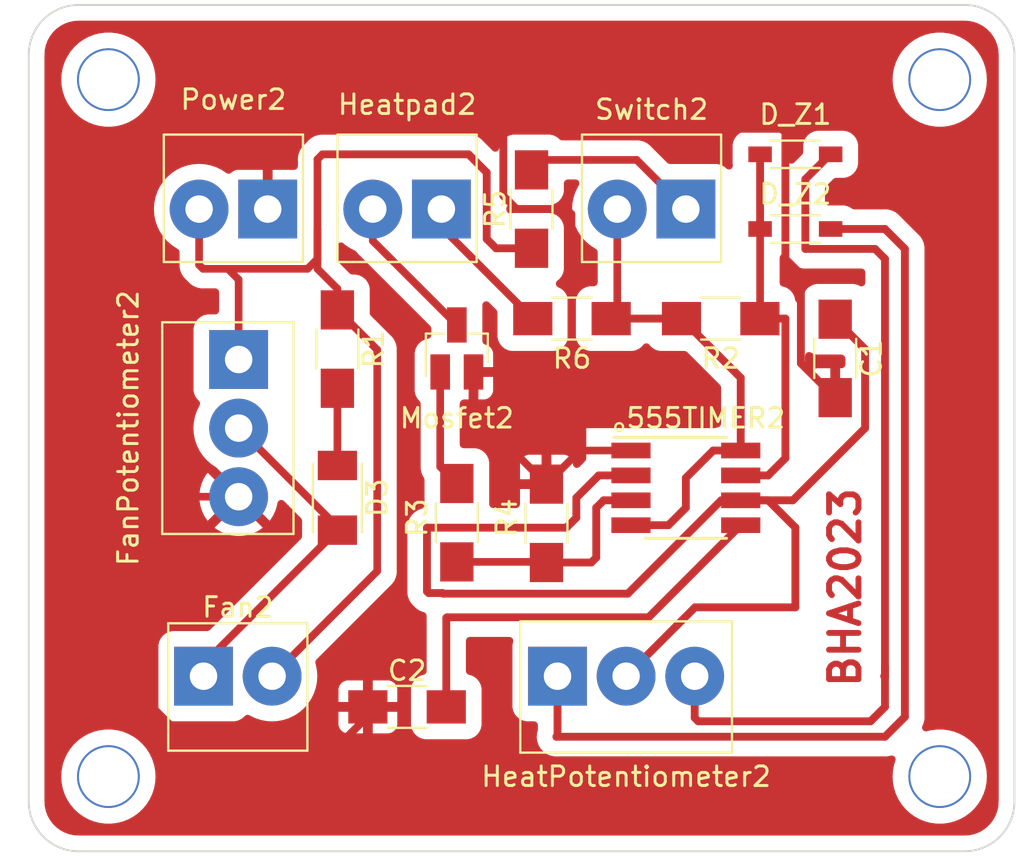
<source format=kicad_pcb>
(kicad_pcb (version 20211014) (generator pcbnew)
  (layers (0 "F.Cu" signal) (31 "B.Cu" signal) (34 "B.Paste" user) (35 "F.Paste" user) (36 "B.SilkS" user "B.Silkscreen") (37 "F.SilkS" user "F.Silkscreen") (38 "B.Mask" user) (39 "F.Mask" user) (44 "Edge.Cuts" user))
  (net 0 "")
  (net 1 "PWR_GND")
  (net 2 "Net-(C1-Pad1)")
  (net 3 "Net-(555TIMER2-Pad3)")
  (net 4 "Net-(555TIMER2-Pad8)")
  (net 5 "Net-(555TIMER2-Pad5)")
  (net 6 "Net-(D_Z2-Pad2)")
  (net 7 "Net-(Fan2-Pad1)")
  (net 8 "Net-(D3-Pad2)")
  (net 9 "Net-(HeatPotentiometer2-Pad3)")
  (net 10 "Net-(D_Z2-Pad1)")
  (net 11 "Net-(Heatpad2-Pad2)")
  (net 12 "Net-(R3-Pad1)")
  (net 13 "Net-(Power2-Pad2)")
  (net 14 "Net-(Heatpad2-Pad1)")
  (net 15 "Net-(Switch2-Pad1)")
  (footprint "fab:MountingHole_3mm" (layer "F.Cu") (at 130.048 116.84)
    (fp_text reference "REF**" hide)
    (fp_text value "MountingHole_3mm" hide)
    (pad "" thru_hole circle (at 0 0) (size 3.2 3.2) (drill 3) (layers *.Cu *.Mask))
  )
  (footprint "fab:R_1206" (layer "F.Cu") (at 141.732 95.028 -90)
    (fp_text reference "R1" (at 0 -1.85 90) (layer "F.SilkS"))
    (fp_text value "470")
    (fp_line (start -1 -1.07) (end 1 -1.07) (layer "F.SilkS") (width 0.12))
    (fp_line (start 1 1.07) (end -1 1.07) (layer "F.SilkS") (width 0.12))
    (pad "1" smd rect locked (at -2 0 270) (size 2 1.7) (layers "F.Cu" "F.Paste" "F.Mask") (net 13 "Net-(Power2-Pad2)"))
    (pad "2" smd rect locked (at 2 0 270) (size 2 1.7) (layers "F.Cu" "F.Paste" "F.Mask") (net 8 "Net-(D3-Pad2)"))
  )
  (footprint "fab:TerminalBlock_OnShore_1x03_P3.50mm_Horizontal" (layer "F.Cu") (at 152.964 111.718)
    (fp_text reference "HeatPotentiometer2" (at 3.5 5.122) (layer "F.SilkS"))
    (fp_text value "Screw_Terminal_01x03_P3.5mm")
    (fp_line (start -1.9 -2.8) (end 8.9 -2.8) (layer "F.SilkS") (width 0.12))
    (fp_line (start -1.9 3.9) (end 8.9 3.9) (layer "F.SilkS") (width 0.12))
    (fp_line (start -1.9 -2.8) (end -1.9 3.9) (layer "F.SilkS") (width 0.12))
    (fp_line (start 8.9 -2.8) (end 8.9 3.9) (layer "F.SilkS") (width 0.12))
    (pad "1" thru_hole rect (at 0 0 90) (size 3 3) (drill 1.4) (layers *.Cu *.Mask) (net 10 "Net-(D_Z2-Pad1)"))
    (pad "2" thru_hole circle (at 3.5 0) (size 3 3) (drill 1.4) (layers *.Cu *.Mask) (net 2 "Net-(C1-Pad1)"))
    (pad "3" thru_hole circle (at 7 0) (size 3 3) (drill 1.4) (layers *.Cu *.Mask) (net 9 "Net-(HeatPotentiometer2-Pad3)"))
  )
  (footprint "fab:MountingHole_3mm" (layer "F.Cu") (at 172.466 81.28)
    (fp_text reference "REF**" hide)
    (fp_text value "MountingHole_3mm" hide)
    (pad "" thru_hole circle (at 0 0) (size 3.2 3.2) (drill 3) (layers *.Cu *.Mask))
  )
  (footprint "fab:SOIC-8_3.9x4.9mm_P1.27mm" (layer "F.Cu") (at 159.512 102.108)
    (fp_text reference "555TIMER2" (at 1.016 -3.556) (layer "F.SilkS"))
    (fp_text value "NE555P")
    (fp_line (start -3.69 -2.575) (end 2.075 -2.575) (layer "F.SilkS") (width 0.15))
    (fp_line (start -2.075 2.575) (end 2.075 2.575) (layer "F.SilkS") (width 0.15))
    (fp_circle (center -3.4 -3.1) (end -3.2 -3.1) (layer "F.SilkS") (width 0.12) (fill none))
    (pad "1" smd rect (at -2.8 -1.905) (size 2 0.8) (layers "F.Cu" "F.Paste" "F.Mask") (net 1 "PWR_GND"))
    (pad "2" smd rect (at -2.8 -0.635) (size 2 0.8) (layers "F.Cu" "F.Paste" "F.Mask") (net 2 "Net-(C1-Pad1)"))
    (pad "3" smd rect (at -2.8 0.635) (size 2 0.8) (layers "F.Cu" "F.Paste" "F.Mask") (net 3 "Net-(555TIMER2-Pad3)"))
    (pad "4" smd rect (at -2.8 1.905) (size 2 0.8) (layers "F.Cu" "F.Paste" "F.Mask") (net 4 "Net-(555TIMER2-Pad8)"))
    (pad "5" smd rect (at 2.8 1.905) (size 2 0.8) (layers "F.Cu" "F.Paste" "F.Mask") (net 5 "Net-(555TIMER2-Pad5)"))
    (pad "6" smd rect (at 2.8 0.635) (size 2 0.8) (layers "F.Cu" "F.Paste" "F.Mask") (net 2 "Net-(C1-Pad1)"))
    (pad "7" smd rect (at 2.8 -0.635) (size 2 0.8) (layers "F.Cu" "F.Paste" "F.Mask") (net 6 "Net-(D_Z2-Pad2)"))
    (pad "8" smd rect (at 2.8 -1.905) (size 2 0.8) (layers "F.Cu" "F.Paste" "F.Mask") (net 4 "Net-(555TIMER2-Pad8)"))
  )
  (footprint "fab:TerminalBlock_OnShore_1x02_P3.50mm_Horizontal" (layer "F.Cu") (at 147.038 87.884 180)
    (fp_text reference "Heatpad2" (at 1.75 5.334) (layer "F.SilkS"))
    (fp_text value "Screw_Terminal_01x02_P3.5mm")
    (fp_line (start -1.8 -2.7) (end 5.3 -2.7) (layer "F.SilkS") (width 0.12))
    (fp_line (start -1.8 -2.7) (end -1.8 3.8) (layer "F.SilkS") (width 0.12))
    (fp_line (start -1.8 3.8) (end 5.3 3.8) (layer "F.SilkS") (width 0.12))
    (fp_line (start 5.3 -2.7) (end 5.3 3.8) (layer "F.SilkS") (width 0.12))
    (pad "1" thru_hole rect (at 0 0 180) (size 3 3) (drill 1.4) (layers *.Cu *.Mask) (net 14 "Net-(Heatpad2-Pad1)"))
    (pad "2" thru_hole circle (at 3.5 0 180) (size 3 3) (drill 1.4) (layers *.Cu *.Mask) (net 11 "Net-(Heatpad2-Pad2)"))
  )
  (footprint "fab:SOD-123" (layer "F.Cu") (at 165.1 85.09)
    (fp_text reference "D_Z1" (at 0 -2.032) (layer "F.SilkS"))
    (fp_text value "D_Zener")
    (fp_line (start -1.25 -0.7) (end 1.25 -0.7) (layer "F.SilkS") (width 0.12))
    (fp_line (start -1.25 0.7) (end 1.25 0.7) (layer "F.SilkS") (width 0.12))
    (pad "1" smd rect locked (at -1.8 0) (size 1.2 0.8) (layers "F.Cu" "F.Paste" "F.Mask") (net 6 "Net-(D_Z2-Pad2)"))
    (pad "2" smd rect locked (at 1.8 0) (size 1.2 0.8) (layers "F.Cu" "F.Paste" "F.Mask") (net 9 "Net-(HeatPotentiometer2-Pad3)"))
  )
  (footprint "fab:SOD-123T" (layer "F.Cu") (at 141.732 102.616 90)
    (fp_text reference "D3" (at 0 2.032 90) (layer "F.SilkS"))
    (fp_text value "D_Schottky_100V_1A")
    (fp_line (start -1.75 -1.25) (end 1.75 -1.25) (layer "F.SilkS") (width 0.12))
    (fp_line (start -1.75 1.25) (end 1.75 1.25) (layer "F.SilkS") (width 0.12))
    (pad "1" smd rect (at -1.65 0 90) (size 1.5 2) (layers "F.Cu" "F.Paste" "F.Mask") (net 7 "Net-(Fan2-Pad1)"))
    (pad "2" smd rect (at 1.65 0 90) (size 1.5 2) (layers "F.Cu" "F.Paste" "F.Mask") (net 8 "Net-(D3-Pad2)"))
  )
  (footprint "fab:R_1206" (layer "F.Cu") (at 153.702 93.472 180)
    (fp_text reference "R6" (at 0 -2.032) (layer "F.SilkS"))
    (fp_text value "0")
    (fp_line (start 1 1.07) (end -1 1.07) (layer "F.SilkS") (width 0.12))
    (fp_line (start -1 -1.07) (end 1 -1.07) (layer "F.SilkS") (width 0.12))
    (pad "1" smd rect locked (at -2 0 180) (size 2 1.7) (layers "F.Cu" "F.Paste" "F.Mask") (net 4 "Net-(555TIMER2-Pad8)"))
    (pad "2" smd rect locked (at 2 0 180) (size 2 1.7) (layers "F.Cu" "F.Paste" "F.Mask") (net 14 "Net-(Heatpad2-Pad1)"))
  )
  (footprint "fab:R_1206" (layer "F.Cu") (at 147.828 103.886 -90)
    (fp_text reference "R3" (at -0.254 2.032 90) (layer "F.SilkS"))
    (fp_text value "1k")
    (fp_line (start 1 1.07) (end -1 1.07) (layer "F.SilkS") (width 0.12))
    (fp_line (start -1 -1.07) (end 1 -1.07) (layer "F.SilkS") (width 0.12))
    (pad "1" smd rect locked (at -2 0 270) (size 2 1.7) (layers "F.Cu" "F.Paste" "F.Mask") (net 12 "Net-(R3-Pad1)"))
    (pad "2" smd rect locked (at 2 0 270) (size 2 1.7) (layers "F.Cu" "F.Paste" "F.Mask") (net 3 "Net-(555TIMER2-Pad3)"))
  )
  (footprint "fab:TerminalBlock_OnShore_1x03_P3.50mm_Horizontal" (layer "F.Cu") (at 136.694 95.56 -90)
    (fp_text reference "FanPotentiometer2" (at 3.5 5.63 90) (layer "F.SilkS"))
    (fp_text value "Screw_Terminal_01x03_P3.5mm")
    (fp_line (start -1.9 -2.8) (end 8.9 -2.8) (layer "F.SilkS") (width 0.12))
    (fp_line (start -1.9 -2.8) (end -1.9 3.9) (layer "F.SilkS") (width 0.12))
    (fp_line (start -1.9 3.9) (end 8.9 3.9) (layer "F.SilkS") (width 0.12))
    (fp_line (start 8.9 -2.8) (end 8.9 3.9) (layer "F.SilkS") (width 0.12))
    (pad "1" thru_hole rect (at 0 0) (size 3 3) (drill 1.4) (layers *.Cu *.Mask) (net 13 "Net-(Power2-Pad2)"))
    (pad "2" thru_hole circle (at 3.5 0 270) (size 3 3) (drill 1.4) (layers *.Cu *.Mask) (net 7 "Net-(Fan2-Pad1)"))
    (pad "3" thru_hole circle (at 7 0 270) (size 3 3) (drill 1.4) (layers *.Cu *.Mask) (net 1 "PWR_GND"))
  )
  (footprint "fab:TerminalBlock_OnShore_1x02_P3.50mm_Horizontal" (layer "F.Cu") (at 159.512 87.884 180)
    (fp_text reference "Switch2" (at 1.75 5.08) (layer "F.SilkS"))
    (fp_text value "Screw_Terminal_01x02_P3.5mm")
    (fp_line (start -1.8 -2.7) (end 5.3 -2.7) (layer "F.SilkS") (width 0.12))
    (fp_line (start 5.3 -2.7) (end 5.3 3.8) (layer "F.SilkS") (width 0.12))
    (fp_line (start -1.8 3.8) (end 5.3 3.8) (layer "F.SilkS") (width 0.12))
    (fp_line (start -1.8 -2.7) (end -1.8 3.8) (layer "F.SilkS") (width 0.12))
    (pad "1" thru_hole rect (at 0 0 180) (size 3 3) (drill 1.4) (layers *.Cu *.Mask) (net 15 "Net-(Switch2-Pad1)"))
    (pad "2" thru_hole circle (at 3.5 0 180) (size 3 3) (drill 1.4) (layers *.Cu *.Mask) (net 4 "Net-(555TIMER2-Pad8)"))
  )
  (footprint "fab:TerminalBlock_OnShore_1x02_P3.50mm_Horizontal" (layer "F.Cu") (at 134.902 111.718)
    (fp_text reference "Fan2" (at 1.75 -3.514) (layer "F.SilkS"))
    (fp_text value "Screw_Terminal_01x02_P3.5mm")
    (fp_line (start -1.8 -2.7) (end -1.8 3.8) (layer "F.SilkS") (width 0.12))
    (fp_line (start 5.3 -2.7) (end 5.3 3.8) (layer "F.SilkS") (width 0.12))
    (fp_line (start -1.8 3.8) (end 5.3 3.8) (layer "F.SilkS") (width 0.12))
    (fp_line (start -1.8 -2.7) (end 5.3 -2.7) (layer "F.SilkS") (width 0.12))
    (pad "1" thru_hole rect (at 0 0) (size 3 3) (drill 1.4) (layers *.Cu *.Mask) (net 7 "Net-(Fan2-Pad1)"))
    (pad "2" thru_hole circle (at 3.5 0) (size 3 3) (drill 1.4) (layers *.Cu *.Mask) (net 13 "Net-(Power2-Pad2)"))
  )
  (footprint "fab:R_1206" (layer "F.Cu") (at 151.638 87.884 90)
    (fp_text reference "R5" (at 0 -1.85 90) (layer "F.SilkS"))
    (fp_text value "0")
    (fp_line (start 1 1.07) (end -1 1.07) (layer "F.SilkS") (width 0.12))
    (fp_line (start -1 -1.07) (end 1 -1.07) (layer "F.SilkS") (width 0.12))
    (pad "1" smd rect locked (at -2 0 90) (size 2 1.7) (layers "F.Cu" "F.Paste" "F.Mask") (net 13 "Net-(Power2-Pad2)"))
    (pad "2" smd rect locked (at 2 0 90) (size 2 1.7) (layers "F.Cu" "F.Paste" "F.Mask") (net 15 "Net-(Switch2-Pad1)"))
  )
  (footprint "fab:C_1206" (layer "F.Cu") (at 145.288 113.284)
    (fp_text reference "C2" (at 0 -1.85) (layer "F.SilkS"))
    (fp_text value "100nF")
    (fp_line (start 1 1.07) (end -1 1.07) (layer "F.SilkS") (width 0.12))
    (fp_line (start -1 -1.07) (end 1 -1.07) (layer "F.SilkS") (width 0.12))
    (pad "1" smd rect (at -2 0) (size 2 1.7) (layers "F.Cu" "F.Paste" "F.Mask") (net 1 "PWR_GND"))
    (pad "2" smd rect (at 2 0) (size 2 1.7) (layers "F.Cu" "F.Paste" "F.Mask") (net 5 "Net-(555TIMER2-Pad5)"))
  )
  (footprint "fab:MountingHole_3mm" (layer "F.Cu") (at 172.466 116.84)
    (fp_text reference "REF**" hide)
    (fp_text value "MountingHole_3mm" hide)
    (pad "" thru_hole circle (at 0 0) (size 3.2 3.2) (drill 3) (layers *.Cu *.Mask))
  )
  (footprint "fab:R_1206" (layer "F.Cu") (at 161.29 93.472 180)
    (fp_text reference "R2" (at 0 -2.032) (layer "F.SilkS"))
    (fp_text value "1k")
    (fp_line (start -1 -1.07) (end 1 -1.07) (layer "F.SilkS") (width 0.12))
    (fp_line (start 1 1.07) (end -1 1.07) (layer "F.SilkS") (width 0.12))
    (pad "1" smd rect locked (at -2 0 180) (size 2 1.7) (layers "F.Cu" "F.Paste" "F.Mask") (net 6 "Net-(D_Z2-Pad2)"))
    (pad "2" smd rect locked (at 2 0 180) (size 2 1.7) (layers "F.Cu" "F.Paste" "F.Mask") (net 4 "Net-(555TIMER2-Pad8)"))
  )
  (footprint "fab:C_1206" (layer "F.Cu") (at 167.132 95.504 -90)
    (fp_text reference "C1" (at 0 -1.85 -90) (layer "F.SilkS"))
    (fp_text value "2.2uF")
    (fp_line (start 1 1.07) (end -1 1.07) (layer "F.SilkS") (width 0.12))
    (fp_line (start -1 -1.07) (end 1 -1.07) (layer "F.SilkS") (width 0.12))
    (pad "1" smd rect (at -2 0 270) (size 2 1.7) (layers "F.Cu" "F.Paste" "F.Mask") (net 2 "Net-(C1-Pad1)"))
    (pad "2" smd rect (at 2 0 270) (size 2 1.7) (layers "F.Cu" "F.Paste" "F.Mask") (net 1 "PWR_GND"))
  )
  (footprint "fab:R_1206" (layer "F.Cu") (at 152.4 103.918 90)
    (fp_text reference "R4" (at 0.286 -2.032 90) (layer "F.SilkS"))
    (fp_text value "100k")
    (fp_line (start -1 -1.07) (end 1 -1.07) (layer "F.SilkS") (width 0.12))
    (fp_line (start 1 1.07) (end -1 1.07) (layer "F.SilkS") (width 0.12))
    (pad "1" smd rect locked (at -2 0 90) (size 2 1.7) (layers "F.Cu" "F.Paste" "F.Mask") (net 3 "Net-(555TIMER2-Pad3)"))
    (pad "2" smd rect locked (at 2 0 90) (size 2 1.7) (layers "F.Cu" "F.Paste" "F.Mask") (net 1 "PWR_GND"))
  )
  (footprint "fab:SOT-23" (layer "F.Cu") (at 147.828 94.996 90)
    (fp_text reference "Mosfet2" (at -3.556 0 180) (layer "F.SilkS"))
    (fp_text value "MOSFET_N-CH_30V_1.7A")
    (fp_line (start 0.76 1.58) (end -0.7 1.58) (layer "F.SilkS") (width 0.12))
    (fp_line (start 0.76 -1.58) (end 0.76 -0.65) (layer "F.SilkS") (width 0.12))
    (fp_line (start 0.76 -1.58) (end -1.4 -1.58) (layer "F.SilkS") (width 0.12))
    (fp_line (start 0.76 1.58) (end 0.76 0.65) (layer "F.SilkS") (width 0.12))
    (pad "1" smd rect locked (at -1.2 -0.85 90) (size 1.8 1) (layers "F.Cu" "F.Paste" "F.Mask") (net 12 "Net-(R3-Pad1)"))
    (pad "2" smd rect locked (at -1.2 0.85 90) (size 1.8 1) (layers "F.Cu" "F.Paste" "F.Mask") (net 1 "PWR_GND"))
    (pad "3" smd rect locked (at 1.2 0 90) (size 1.8 1) (layers "F.Cu" "F.Paste" "F.Mask") (net 11 "Net-(Heatpad2-Pad2)"))
  )
  (footprint "fab:MountingHole_3mm" (layer "F.Cu") (at 130.048 81.28)
    (fp_text reference "REF**" hide)
    (fp_text value "MountingHole_3mm" hide)
    (pad "" thru_hole circle (at 0 0) (size 3.2 3.2) (drill 3) (layers *.Cu *.Mask))
  )
  (footprint "fab:SOD-123" (layer "F.Cu") (at 165.1 88.9 180)
    (fp_text reference "D_Z2" (at 0 1.778) (layer "F.SilkS"))
    (fp_text value "D_Zener")
    (fp_line (start -1.25 0.7) (end 1.25 0.7) (layer "F.SilkS") (width 0.12))
    (fp_line (start -1.25 -0.7) (end 1.25 -0.7) (layer "F.SilkS") (width 0.12))
    (pad "1" smd rect locked (at -1.8 0 180) (size 1.2 0.8) (layers "F.Cu" "F.Paste" "F.Mask") (net 10 "Net-(D_Z2-Pad1)"))
    (pad "2" smd rect locked (at 1.8 0 180) (size 1.2 0.8) (layers "F.Cu" "F.Paste" "F.Mask") (net 6 "Net-(D_Z2-Pad2)"))
  )
  (footprint "fab:TerminalBlock_OnShore_1x02_P3.50mm_Horizontal" (layer "F.Cu") (at 138.176 87.884 180)
    (fp_text reference "Power2" (at 1.75 5.588) (layer "F.SilkS"))
    (fp_text value "Screw_Terminal_01x02_P3.5mm")
    (fp_line (start 5.3 -2.7) (end 5.3 3.8) (layer "F.SilkS") (width 0.12))
    (fp_line (start -1.8 3.8) (end 5.3 3.8) (layer "F.SilkS") (width 0.12))
    (fp_line (start -1.8 -2.7) (end 5.3 -2.7) (layer "F.SilkS") (width 0.12))
    (fp_line (start -1.8 -2.7) (end -1.8 3.8) (layer "F.SilkS") (width 0.12))
    (pad "1" thru_hole rect (at 0 0 180) (size 3 3) (drill 1.4) (layers *.Cu *.Mask) (net 1 "PWR_GND"))
    (pad "2" thru_hole circle (at 3.5 0 180) (size 3 3) (drill 1.4) (layers *.Cu *.Mask) (net 13 "Net-(Power2-Pad2)"))
  )
  (gr_line (start 128.524 120.65) (end 173.736 120.65) (layer "Edge.Cuts") (width 0.1))
  (gr_line (start 176.276 118.11) (end 176.276 80.01) (layer "Edge.Cuts") (width 0.1))
  (gr_arc (start 173.736 77.47) (mid 175.532051 78.213949) (end 176.276 80.01) (layer "Edge.Cuts") (width 0.1))
  (gr_arc (start 176.276 118.11) (mid 175.532051 119.906051) (end 173.736 120.65) (layer "Edge.Cuts") (width 0.1))
  (gr_arc (start 125.984 80.01) (mid 126.727949 78.213949) (end 128.524 77.47) (layer "Edge.Cuts") (width 0.1))
  (gr_arc (start 128.524 120.65) (mid 126.727949 119.906051) (end 125.984 118.11) (layer "Edge.Cuts") (width 0.1))
  (gr_line (start 125.984 80.01) (end 125.984 118.11) (layer "Edge.Cuts") (width 0.1))
  (gr_line (start 173.736 77.47) (end 128.524 77.47) (layer "Edge.Cuts") (width 0.1))
  (gr_text "BHA2023\n" (at 167.64 107.188 90) (layer "F.Cu") (effects (font (size 1.5 1.5) (thickness 0.3))))
  (segment (start 153.67 88.138) (end 153.67 91.694) (width 0.4) (layer "F.Cu") (net 1))
  (segment (start 164.592 90.423) (end 164.592 83.82) (width 0.4) (layer "F.Cu") (net 1))
  (segment (start 132.136 102.56) (end 132.08 102.616) (width 0.39) (layer "F.Cu") (net 1))
  (segment (start 143.288 113.76) (end 141.732 115.316) (width 0.4) (layer "F.Cu") (net 1))
  (segment (start 150.876 87.884) (end 153.416 87.884) (width 0.4) (layer "F.Cu") (net 1))
  (segment (start 136.694 102.56) (end 132.136 102.56) (width 0.39) (layer "F.Cu") (net 1))
  (segment (start 152.4 101.918) (end 154.115 100.203) (width 0.39) (layer "F.Cu") (net 1))
  (segment (start 148.678 98.196) (end 152.4 101.918) (width 0.39) (layer "F.Cu") (net 1))
  (segment (start 143.288 113.284) (end 143.288 113.76) (width 0.4) (layer "F.Cu") (net 1))
  (segment (start 134.31 115.316) (end 133.703 114.709) (width 0.4) (layer "F.Cu") (net 1))
  (segment (start 150.198 87.206) (end 150.876 87.884) (width 0.4) (layer "F.Cu") (net 1))
  (segment (start 148.878 83.786) (end 150.334 83.786) (width 0.4) (layer "F.Cu") (net 1))
  (segment (start 167.132 97.504) (end 165.382 95.754) (width 0.4) (layer "F.Cu") (net 1))
  (segment (start 165.382 91.213) (end 164.592 90.423) (width 0.4) (layer "F.Cu") (net 1))
  (segment (start 153.67 96.266) (end 153.67 91.694) (width 0.39) (layer "F.Cu") (net 1))
  (segment (start 150.334 83.786) (end 150.198 83.922) (width 0.4) (layer "F.Cu") (net 1))
  (segment (start 148.678 96.196) (end 148.678 98.196) (width 0.39) (layer "F.Cu") (net 1))
  (segment (start 132.588 83.82) (end 132.08 84.328) (width 0.39) (layer "F.Cu") (net 1))
  (segment (start 150.198 83.922) (end 150.198 87.206) (width 0.4) (layer "F.Cu") (net 1))
  (segment (start 154.115 100.203) (end 156.712 100.203) (width 0.39) (layer "F.Cu") (net 1))
  (segment (start 132.08 113.086) (end 133.703 114.709) (width 0.39) (layer "F.Cu") (net 1))
  (segment (start 132.08 102.616) (end 132.08 113.086) (width 0.39) (layer "F.Cu") (net 1))
  (segment (start 138.938 83.82) (end 132.588 83.82) (width 0.39) (layer "F.Cu") (net 1))
  (segment (start 153.6 96.196) (end 153.67 96.266) (width 0.39) (layer "F.Cu") (net 1))
  (segment (start 138.176 87.884) (end 138.176 83.82) (width 0.39) (layer "F.Cu") (net 1))
  (segment (start 164.592 83.82) (end 164.558 83.786) (width 0.4) (layer "F.Cu") (net 1))
  (segment (start 132.08 84.328) (end 132.08 102.616) (width 0.39) (layer "F.Cu") (net 1))
  (segment (start 141.732 115.316) (end 134.31 115.316) (width 0.4) (layer "F.Cu") (net 1))
  (segment (start 164.558 83.786) (end 150.334 83.786) (width 0.4) (layer "F.Cu") (net 1))
  (segment (start 148.678 96.196) (end 153.6 96.196) (width 0.39) (layer "F.Cu") (net 1))
  (segment (start 153.416 87.884) (end 153.67 88.138) (width 0.4) (layer "F.Cu") (net 1))
  (segment (start 148.844 83.82) (end 148.878 83.786) (width 0.4) (layer "F.Cu") (net 1))
  (segment (start 165.382 95.754) (end 165.382 91.213) (width 0.4) (layer "F.Cu") (net 1))
  (segment (start 138.176 83.82) (end 148.844 83.82) (width 0.39) (layer "F.Cu") (net 1))
  (segment (start 146.304 107.392) (end 146.388 107.476) (width 0.4) (layer "F.Cu") (net 2))
  (segment (start 153.924 103.632) (end 153.416 104.14) (width 0.4) (layer "F.Cu") (net 2))
  (segment (start 168.656 99.06) (end 164.973 102.743) (width 0.4) (layer "F.Cu") (net 2))
  (segment (start 153.416 104.14) (end 146.304 104.14) (width 0.4) (layer "F.Cu") (net 2))
  (segment (start 161.316 102.743) (end 162.312 102.743) (width 0.4) (layer "F.Cu") (net 2))
  (segment (start 168.656 95.028) (end 168.656 99.06) (width 0.4) (layer "F.Cu") (net 2))
  (segment (start 147.1 107.476) (end 147.132 107.508) (width 0.4) (layer "F.Cu") (net 2))
  (segment (start 163.712 102.743) (end 162.312 102.743) (width 0.4) (layer "F.Cu") (net 2))
  (segment (start 165.1 108.204) (end 165.1 104.131) (width 0.4) (layer "F.Cu") (net 2))
  (segment (start 167.132 93.504) (end 168.656 95.028) (width 0.4) (layer "F.Cu") (net 2))
  (segment (start 156.551 107.508) (end 161.316 102.743) (width 0.4) (layer "F.Cu") (net 2))
  (segment (start 155.067 101.473) (end 153.924 102.616) (width 0.4) (layer "F.Cu") (net 2))
  (segment (start 147.132 107.508) (end 156.551 107.508) (width 0.4) (layer "F.Cu") (net 2))
  (segment (start 146.388 107.476) (end 147.1 107.476) (width 0.4) (layer "F.Cu") (net 2))
  (segment (start 164.973 102.743) (end 162.312 102.743) (width 0.4) (layer "F.Cu") (net 2))
  (segment (start 153.924 102.616) (end 153.924 103.632) (width 0.4) (layer "F.Cu") (net 2))
  (segment (start 156.464 111.718) (end 159.978 108.204) (width 0.4) (layer "F.Cu") (net 2))
  (segment (start 159.978 108.204) (end 165.1 108.204) (width 0.4) (layer "F.Cu") (net 2))
  (segment (start 156.712 101.473) (end 155.067 101.473) (width 0.4) (layer "F.Cu") (net 2))
  (segment (start 165.1 104.131) (end 163.712 102.743) (width 0.4) (layer "F.Cu") (net 2))
  (segment (start 146.304 104.14) (end 146.304 107.392) (width 0.4) (layer "F.Cu") (net 2))
  (segment (start 154.94 105.664) (end 154.686 105.918) (width 0.4) (layer "F.Cu") (net 3))
  (segment (start 147.828 105.886) (end 152.368 105.886) (width 0.39) (layer "F.Cu") (net 3))
  (segment (start 152.368 105.886) (end 152.4 105.918) (width 0.39) (layer "F.Cu") (net 3))
  (segment (start 154.686 105.918) (end 152.4 105.918) (width 0.4) (layer "F.Cu") (net 3))
  (segment (start 156.712 102.743) (end 155.321 102.743) (width 0.4) (layer "F.Cu") (net 3))
  (segment (start 155.321 102.743) (end 154.94 103.124) (width 0.4) (layer "F.Cu") (net 3))
  (segment (start 154.94 103.124) (end 154.94 105.664) (width 0.4) (layer "F.Cu") (net 3))
  (segment (start 156.012 93.162) (end 155.702 93.472) (width 0.39) (layer "F.Cu") (net 4))
  (segment (start 162.312 100.203) (end 160.909 100.203) (width 0.4) (layer "F.Cu") (net 4))
  (segment (start 156.012 87.884) (end 156.012 90.876) (width 0.39) (layer "F.Cu") (net 4))
  (segment (start 158.623 104.013) (end 156.712 104.013) (width 0.4) (layer "F.Cu") (net 4))
  (segment (start 160.909 100.203) (end 159.512 101.6) (width 0.4) (layer "F.Cu") (net 4))
  (segment (start 159.512 101.6) (end 159.512 103.124) (width 0.4) (layer "F.Cu") (net 4))
  (segment (start 159.29 93.472) (end 155.702 93.472) (width 0.4) (layer "F.Cu") (net 4))
  (segment (start 156.012 90.876) (end 156.012 93.162) (width 0.39) (layer "F.Cu") (net 4))
  (segment (start 162.312 96.494) (end 159.29 93.472) (width 0.4) (layer "F.Cu") (net 4))
  (segment (start 162.312 100.203) (end 162.312 96.494) (width 0.4) (layer "F.Cu") (net 4))
  (segment (start 159.512 103.124) (end 158.623 104.013) (width 0.4) (layer "F.Cu") (net 4))
  (segment (start 147.288 108.744) (end 147.288 113.284) (width 0.4) (layer "F.Cu") (net 5))
  (segment (start 147.32 108.712) (end 147.288 108.744) (width 0.4) (layer "F.Cu") (net 5))
  (segment (start 157.613 108.712) (end 147.32 108.712) (width 0.4) (layer "F.Cu") (net 5))
  (segment (start 162.312 104.013) (end 157.613 108.712) (width 0.4) (layer "F.Cu") (net 5))
  (segment (start 163.712 101.473) (end 164.592 100.593) (width 0.4) (layer "F.Cu") (net 6))
  (segment (start 164.592 100.593) (end 164.592 93.472) (width 0.4) (layer "F.Cu") (net 6))
  (segment (start 162.312 101.473) (end 163.712 101.473) (width 0.4) (layer "F.Cu") (net 6))
  (segment (start 163.3 88.9) (end 163.3 93.462) (width 0.39) (layer "F.Cu") (net 6))
  (segment (start 163.3 85.09) (end 163.3 88.9) (width 0.4) (layer "F.Cu") (net 6))
  (segment (start 163.3 93.462) (end 163.29 93.472) (width 0.39) (layer "F.Cu") (net 6))
  (segment (start 164.592 93.472) (end 163.29 93.472) (width 0.4) (layer "F.Cu") (net 6))
  (segment (start 136.694 99.06) (end 141.732 104.098) (width 0.39) (layer "F.Cu") (net 7))
  (segment (start 134.902 111.096) (end 141.732 104.266) (width 0.39) (layer "F.Cu") (net 7))
  (segment (start 134.902 111.718) (end 134.902 111.096) (width 0.39) (layer "F.Cu") (net 7))
  (segment (start 141.732 104.098) (end 141.732 104.266) (width 0.39) (layer "F.Cu") (net 7))
  (segment (start 141.732 97.028) (end 141.732 100.966) (width 0.39) (layer "F.Cu") (net 8))
  (segment (start 168.938 114.018) (end 160.14268 114.018) (width 0.4) (layer "F.Cu") (net 9))
  (segment (start 165.608 89.916) (end 169.164 89.916) (width 0.4) (layer "F.Cu") (net 9))
  (segment (start 169.672 111.252) (end 169.672 113.284) (width 0.4) (layer "F.Cu") (net 9))
  (segment (start 166.878 85.09) (end 165.608 86.36) (width 0.4) (layer "F.Cu") (net 9))
  (segment (start 166.9 85.09) (end 166.878 85.09) (width 0.4) (layer "F.Cu") (net 9))
  (segment (start 169.672 111.252) (end 169.672 90.424) (width 0.4) (layer "F.Cu") (net 9))
  (segment (start 160.14268 114.018) (end 159.964 113.83932) (width 0.4) (layer "F.Cu") (net 9))
  (segment (start 169.672 90.424) (end 169.164 89.916) (width 0.4) (layer "F.Cu") (net 9))
  (segment (start 159.964 113.83932) (end 159.964 111.718) (width 0.4) (layer "F.Cu") (net 9))
  (segment (start 165.608 86.36) (end 165.608 89.916) (width 0.4) (layer "F.Cu") (net 9))
  (segment (start 169.672 111.76) (end 169.672 111.252) (width 0.4) (layer "F.Cu") (net 9))
  (segment (start 169.63 111.718) (end 169.672 111.76) (width 0.4) (layer "F.Cu") (net 9))
  (segment (start 169.672 113.284) (end 168.938 114.018) (width 0.4) (layer "F.Cu") (net 9))
  (segment (start 152.908 114.808) (end 169.672 114.808) (width 0.4) (layer "F.Cu") (net 10))
  (segment (start 169.672 88.9) (end 166.9 88.9) (width 0.4) (layer "F.Cu") (net 10))
  (segment (start 170.688 89.916) (end 169.672 88.9) (width 0.4) (layer "F.Cu") (net 10))
  (segment (start 169.672 114.808) (end 170.688 113.792) (width 0.4) (layer "F.Cu") (net 10))
  (segment (start 152.964 114.752) (end 152.908 114.808) (width 0.4) (layer "F.Cu") (net 10))
  (segment (start 152.964 111.718) (end 152.964 114.752) (width 0.4) (layer "F.Cu") (net 10))
  (segment (start 170.688 113.792) (end 170.688 89.916) (width 0.4) (layer "F.Cu") (net 10))
  (segment (start 143.538 87.884) (end 143.538 89.506) (width 0.39) (layer "F.Cu") (net 11))
  (segment (start 143.538 89.506) (end 147.828 93.796) (width 0.39) (layer "F.Cu") (net 11))
  (segment (start 146.978 101.036) (end 146.978 96.196) (width 0.39) (layer "F.Cu") (net 12))
  (segment (start 147.828 101.886) (end 146.978 101.036) (width 0.39) (layer "F.Cu") (net 12))
  (segment (start 151.638 89.884) (end 149.828 89.884) (width 0.4) (layer "F.Cu") (net 13))
  (segment (start 140.716 88.9) (end 140.716 90.424) (width 0.39) (layer "F.Cu") (net 13))
  (segment (start 134.676 87.884) (end 134.676 90.734) (width 0.39) (layer "F.Cu") (net 13))
  (segment (start 140.716 85.344) (end 140.716 88.9) (width 0.39) (layer "F.Cu") (net 13))
  (segment (start 141.732 91.948) (end 140.716 90.932) (width 0.39) (layer "F.Cu") (net 13))
  (segment (start 136.694 95.56) (end 136.694 91.482) (width 0.39) (layer "F.Cu") (net 13))
  (segment (start 136.694 91.482) (end 136.144 90.932) (width 0.39) (layer "F.Cu") (net 13))
  (segment (start 141.732 93.028) (end 141.732 91.948) (width 0.39) (layer "F.Cu") (net 13))
  (segment (start 134.874 90.932) (end 134.676 90.734) (width 0.39) (layer "F.Cu") (net 13))
  (segment (start 149.828 89.884) (end 149.352 89.408) (width 0.4) (layer "F.Cu") (net 13))
  (segment (start 140.208 90.932) (end 136.144 90.932) (width 0.39) (layer "F.Cu") (net 13))
  (segment (start 140.716 90.424) (end 140.208 90.932) (width 0.39) (layer "F.Cu") (net 13))
  (segment (start 141.732 93.028) (end 143.764 95.06) (width 0.39) (layer "F.Cu") (net 13))
  (segment (start 140.97 85.09) (end 140.716 85.344) (width 0.39) (layer "F.Cu") (net 13))
  (segment (start 143.764 106.356) (end 138.402 111.718) (width 0.39) (layer "F.Cu") (net 13))
  (segment (start 148.424 85.09) (end 140.97 85.09) (width 0.4) (layer "F.Cu") (net 13))
  (segment (start 149.352 89.408) (end 149.352 86.018) (width 0.4) (layer "F.Cu") (net 13))
  (segment (start 149.352 86.018) (end 148.424 85.09) (width 0.4) (layer "F.Cu") (net 13))
  (segment (start 140.716 90.932) (end 140.716 88.9) (width 0.39) (layer "F.Cu") (net 13))
  (segment (start 143.764 95.06) (end 143.764 106.356) (width 0.39) (layer "F.Cu") (net 13))
  (segment (start 136.144 90.932) (end 134.874 90.932) (width 0.39) (layer "F.Cu") (net 13))
  (segment (start 147.038 87.884) (end 147.038 88.808) (width 0.39) (layer "F.Cu") (net 14))
  (segment (start 147.038 88.808) (end 151.702 93.472) (width 0.39) (layer "F.Cu") (net 14))
  (segment (start 157.004 85.376) (end 151.638 85.376) (width 0.39) (layer "F.Cu") (net 15))
  (segment (start 159.512 87.884) (end 157.004 85.376) (width 0.39) (layer "F.Cu") (net 15))
  (zone (net 1) (net_name "PWR_GND") (layer "F.Cu") (connect_pads (clearance 0.8)) (min_thickness 0.4) (fill yes (thermal_gap 0.5) (thermal_bridge_width 0.5))
    (polygon (pts (xy 176.784 120.904) (xy 125.476 120.904) (xy 125.476 77.216) (xy 176.784 77.216)))
  )
  (zone (net 0) (net_name "") (layer "F.Cu") (connect_pads (clearance 0)) (min_thickness 0.254)
    (keepout (tracks allowed) (vias not_allowed) (pads not_allowed) (copperpour not_allowed) (footprints allowed))
    (fill (thermal_gap 0.508) (thermal_bridge_width 0.508))
    (polygon (pts (xy 164.592 105.156) (xy 154.432 105.156) (xy 154.432 99.06) (xy 164.592 99.06)))
  )
)
</source>
